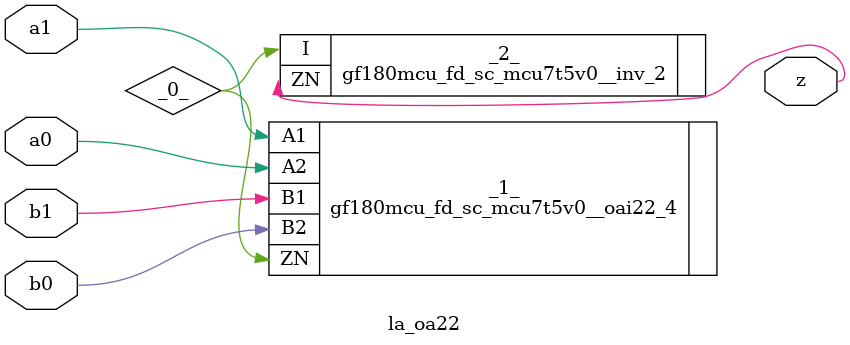
<source format=v>

/* Generated by Yosys 0.37 (git sha1 a5c7f69ed, clang 14.0.0-1ubuntu1.1 -fPIC -Os) */

module la_oa22(a0, a1, b0, b1, z);
  wire _0_;
  input a0;
  wire a0;
  input a1;
  wire a1;
  input b0;
  wire b0;
  input b1;
  wire b1;
  output z;
  wire z;
  gf180mcu_fd_sc_mcu7t5v0__oai22_4 _1_ (
    .A1(a1),
    .A2(a0),
    .B1(b1),
    .B2(b0),
    .ZN(_0_)
  );
  gf180mcu_fd_sc_mcu7t5v0__inv_2 _2_ (
    .I(_0_),
    .ZN(z)
  );
endmodule

</source>
